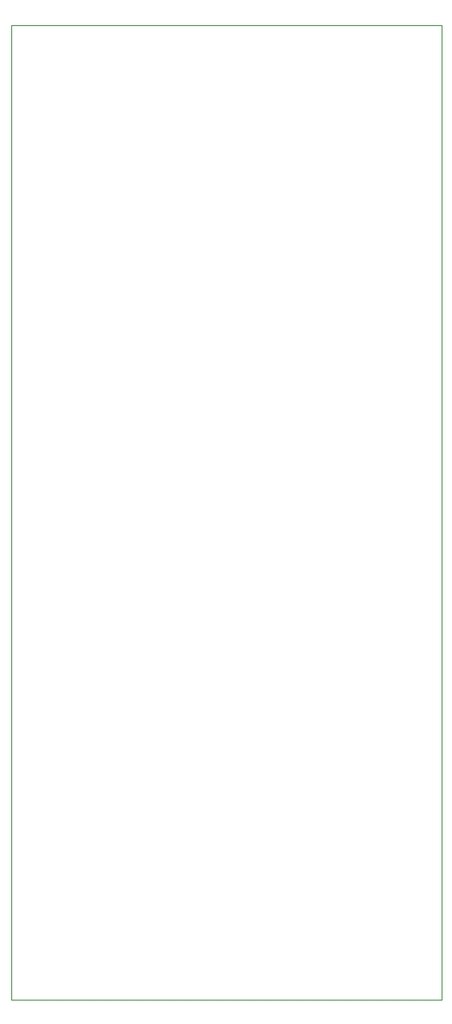
<source format=gbr>
%TF.GenerationSoftware,KiCad,Pcbnew,9.0.6*%
%TF.CreationDate,2025-12-09T19:02:22+01:00*%
%TF.ProjectId,tictactoe,74696374-6163-4746-9f65-2e6b69636164,rev?*%
%TF.SameCoordinates,Original*%
%TF.FileFunction,Profile,NP*%
%FSLAX46Y46*%
G04 Gerber Fmt 4.6, Leading zero omitted, Abs format (unit mm)*
G04 Created by KiCad (PCBNEW 9.0.6) date 2025-12-09 19:02:22*
%MOMM*%
%LPD*%
G01*
G04 APERTURE LIST*
%TA.AperFunction,Profile*%
%ADD10C,0.050000*%
%TD*%
G04 APERTURE END LIST*
D10*
X127000000Y-33000000D02*
X169000000Y-33000000D01*
X169000000Y-128000000D01*
X127000000Y-128000000D01*
X127000000Y-33000000D01*
M02*

</source>
